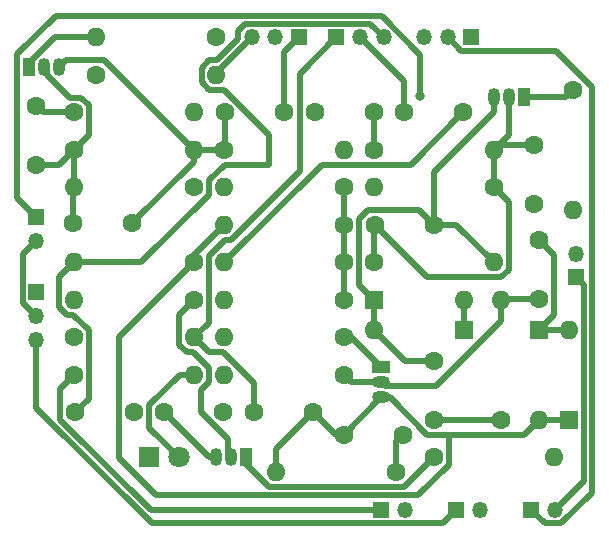
<source format=gbr>
%TF.GenerationSoftware,KiCad,Pcbnew,(5.1.7)-1*%
%TF.CreationDate,2020-10-26T21:29:28-05:00*%
%TF.ProjectId,MuffPi,4d756666-5069-42e6-9b69-6361645f7063,rev?*%
%TF.SameCoordinates,Original*%
%TF.FileFunction,Copper,L1,Top*%
%TF.FilePolarity,Positive*%
%FSLAX46Y46*%
G04 Gerber Fmt 4.6, Leading zero omitted, Abs format (unit mm)*
G04 Created by KiCad (PCBNEW (5.1.7)-1) date 2020-10-26 21:29:28*
%MOMM*%
%LPD*%
G01*
G04 APERTURE LIST*
%TA.AperFunction,ComponentPad*%
%ADD10R,1.350000X1.350000*%
%TD*%
%TA.AperFunction,ComponentPad*%
%ADD11O,1.350000X1.350000*%
%TD*%
%TA.AperFunction,ComponentPad*%
%ADD12C,1.600000*%
%TD*%
%TA.AperFunction,ComponentPad*%
%ADD13O,1.600000X1.600000*%
%TD*%
%TA.AperFunction,ComponentPad*%
%ADD14R,1.600000X1.600000*%
%TD*%
%TA.AperFunction,ComponentPad*%
%ADD15R,1.800000X1.800000*%
%TD*%
%TA.AperFunction,ComponentPad*%
%ADD16C,1.800000*%
%TD*%
%TA.AperFunction,ComponentPad*%
%ADD17O,1.050000X1.500000*%
%TD*%
%TA.AperFunction,ComponentPad*%
%ADD18R,1.050000X1.500000*%
%TD*%
%TA.AperFunction,ComponentPad*%
%ADD19R,1.500000X1.050000*%
%TD*%
%TA.AperFunction,ComponentPad*%
%ADD20O,1.500000X1.050000*%
%TD*%
%TA.AperFunction,ViaPad*%
%ADD21C,0.800000*%
%TD*%
%TA.AperFunction,Conductor*%
%ADD22C,0.500000*%
%TD*%
G04 APERTURE END LIST*
D10*
%TO.P,SW3,1*%
%TO.N,Net-(SW3-Pad1)*%
X148590000Y-106680000D03*
D11*
%TO.P,SW3,2*%
%TO.N,Net-(J2-Pad1)*%
X150590000Y-106680000D03*
%TD*%
D12*
%TO.P,R20,1*%
%TO.N,Net-(C12-Pad2)*%
X120015000Y-88900000D03*
D13*
%TO.P,R20,2*%
%TO.N,GND*%
X109855000Y-88900000D03*
%TD*%
D10*
%TO.P,BT1,1*%
%TO.N,Net-(BT1-Pad1)*%
X106680000Y-81915000D03*
D11*
%TO.P,BT1,2*%
%TO.N,Net-(BT1-Pad2)*%
X106680000Y-83915000D03*
%TD*%
D12*
%TO.P,C1,1*%
%TO.N,Net-(C1-Pad1)*%
X106680000Y-77470000D03*
%TO.P,C1,2*%
%TO.N,Net-(C1-Pad2)*%
X106680000Y-72470000D03*
%TD*%
%TO.P,C2,2*%
%TO.N,Net-(C1-Pad1)*%
X109808000Y-82423000D03*
%TO.P,C2,1*%
%TO.N,Net-(C2-Pad1)*%
X114808000Y-82423000D03*
%TD*%
%TO.P,C3,1*%
%TO.N,Net-(C3-Pad1)*%
X127635000Y-73025000D03*
%TO.P,C3,2*%
%TO.N,Net-(C2-Pad1)*%
X122635000Y-73025000D03*
%TD*%
%TO.P,C4,1*%
%TO.N,Net-(C4-Pad1)*%
X135255000Y-73025000D03*
%TO.P,C4,2*%
%TO.N,Net-(C4-Pad2)*%
X130255000Y-73025000D03*
%TD*%
%TO.P,C5,2*%
%TO.N,Net-(C5-Pad2)*%
X148844000Y-75772000D03*
%TO.P,C5,1*%
%TO.N,Net-(C5-Pad1)*%
X148844000Y-80772000D03*
%TD*%
%TO.P,C6,1*%
%TO.N,Net-(C6-Pad1)*%
X140335000Y-82550000D03*
%TO.P,C6,2*%
%TO.N,Net-(C5-Pad2)*%
X135335000Y-82550000D03*
%TD*%
%TO.P,C7,2*%
%TO.N,Net-(C6-Pad1)*%
X140335000Y-94060000D03*
%TO.P,C7,1*%
%TO.N,Net-(C7-Pad1)*%
X140335000Y-99060000D03*
%TD*%
%TO.P,C8,1*%
%TO.N,Net-(C8-Pad1)*%
X149225000Y-83820000D03*
%TO.P,C8,2*%
%TO.N,Net-(C8-Pad2)*%
X149225000Y-88820000D03*
%TD*%
%TO.P,C9,1*%
%TO.N,Net-(C10-Pad2)*%
X132715000Y-100330000D03*
%TO.P,C9,2*%
%TO.N,Net-(C8-Pad2)*%
X137715000Y-100330000D03*
%TD*%
%TO.P,C10,2*%
%TO.N,Net-(C10-Pad2)*%
X130095000Y-98425000D03*
%TO.P,C10,1*%
%TO.N,Net-(C10-Pad1)*%
X125095000Y-98425000D03*
%TD*%
%TO.P,C11,1*%
%TO.N,GND*%
X114935000Y-98425000D03*
%TO.P,C11,2*%
%TO.N,Net-(C11-Pad2)*%
X109935000Y-98425000D03*
%TD*%
%TO.P,C12,2*%
%TO.N,Net-(C12-Pad2)*%
X142795000Y-73025000D03*
%TO.P,C12,1*%
%TO.N,Net-(C12-Pad1)*%
X137795000Y-73025000D03*
%TD*%
%TO.P,C13,2*%
%TO.N,Net-(C13-Pad2)*%
X122475000Y-98425000D03*
%TO.P,C13,1*%
%TO.N,Net-(C13-Pad1)*%
X117475000Y-98425000D03*
%TD*%
D13*
%TO.P,D1,2*%
%TO.N,Net-(C5-Pad1)*%
X142875000Y-88900000D03*
D14*
%TO.P,D1,1*%
%TO.N,Net-(C6-Pad1)*%
X135255000Y-88900000D03*
%TD*%
%TO.P,D2,1*%
%TO.N,Net-(C5-Pad1)*%
X142875000Y-91440000D03*
D13*
%TO.P,D2,2*%
%TO.N,Net-(C6-Pad1)*%
X135255000Y-91440000D03*
%TD*%
%TO.P,D3,2*%
%TO.N,Net-(C8-Pad1)*%
X151765000Y-91440000D03*
D14*
%TO.P,D3,1*%
%TO.N,Net-(C10-Pad2)*%
X151765000Y-99060000D03*
%TD*%
%TO.P,D4,1*%
%TO.N,Net-(C8-Pad1)*%
X149225000Y-91440000D03*
D13*
%TO.P,D4,2*%
%TO.N,Net-(C10-Pad2)*%
X149225000Y-99060000D03*
%TD*%
D15*
%TO.P,D5,1*%
%TO.N,GND*%
X116205000Y-102235000D03*
D16*
%TO.P,D5,2*%
%TO.N,Net-(D5-Pad2)*%
X118745000Y-102235000D03*
%TD*%
D10*
%TO.P,J1,1*%
%TO.N,GND*%
X106680000Y-88265000D03*
D11*
%TO.P,J1,2*%
%TO.N,Net-(BT1-Pad2)*%
X106680000Y-90265000D03*
%TO.P,J1,3*%
%TO.N,Net-(J1-Pad3)*%
X106680000Y-92265000D03*
%TD*%
D10*
%TO.P,J2,1*%
%TO.N,Net-(J2-Pad1)*%
X152400000Y-86995000D03*
D11*
%TO.P,J2,2*%
%TO.N,GND*%
X152400000Y-84995000D03*
%TD*%
D17*
%TO.P,Q1,2*%
%TO.N,Net-(C1-Pad1)*%
X107315000Y-69215000D03*
%TO.P,Q1,3*%
%TO.N,Net-(C2-Pad1)*%
X108585000Y-69215000D03*
D18*
%TO.P,Q1,1*%
%TO.N,Net-(Q1-Pad1)*%
X106045000Y-69215000D03*
%TD*%
%TO.P,Q2,1*%
%TO.N,Net-(Q2-Pad1)*%
X147955000Y-71755000D03*
D17*
%TO.P,Q2,3*%
%TO.N,Net-(C6-Pad1)*%
X145415000Y-71755000D03*
%TO.P,Q2,2*%
%TO.N,Net-(C5-Pad2)*%
X146685000Y-71755000D03*
%TD*%
D19*
%TO.P,Q3,1*%
%TO.N,Net-(Q3-Pad1)*%
X135890000Y-94615000D03*
D20*
%TO.P,Q3,3*%
%TO.N,Net-(C10-Pad2)*%
X135890000Y-97155000D03*
%TO.P,Q3,2*%
%TO.N,Net-(C8-Pad2)*%
X135890000Y-95885000D03*
%TD*%
D17*
%TO.P,Q4,2*%
%TO.N,Net-(C12-Pad2)*%
X123190000Y-102235000D03*
%TO.P,Q4,3*%
%TO.N,Net-(C13-Pad1)*%
X121920000Y-102235000D03*
D18*
%TO.P,Q4,1*%
%TO.N,Net-(Q4-Pad1)*%
X124460000Y-102235000D03*
%TD*%
D13*
%TO.P,R1,2*%
%TO.N,Net-(R1-Pad2)*%
X120015000Y-73025000D03*
D12*
%TO.P,R1,1*%
%TO.N,Net-(C1-Pad2)*%
X109855000Y-73025000D03*
%TD*%
D13*
%TO.P,R2,2*%
%TO.N,Net-(C1-Pad1)*%
X109855000Y-79375000D03*
D12*
%TO.P,R2,1*%
%TO.N,GND*%
X120015000Y-79375000D03*
%TD*%
D13*
%TO.P,R3,2*%
%TO.N,Net-(C2-Pad1)*%
X120015000Y-76200000D03*
D12*
%TO.P,R3,1*%
%TO.N,Net-(C1-Pad1)*%
X109855000Y-76200000D03*
%TD*%
D13*
%TO.P,R4,2*%
%TO.N,Net-(BT1-Pad1)*%
X132715000Y-76200000D03*
D12*
%TO.P,R4,1*%
%TO.N,Net-(C2-Pad1)*%
X122555000Y-76200000D03*
%TD*%
%TO.P,R5,1*%
%TO.N,GND*%
X121920000Y-66675000D03*
D13*
%TO.P,R5,2*%
%TO.N,Net-(Q1-Pad1)*%
X111760000Y-66675000D03*
%TD*%
D12*
%TO.P,R6,1*%
%TO.N,GND*%
X111760000Y-69850000D03*
D13*
%TO.P,R6,2*%
%TO.N,Net-(R6-Pad2)*%
X121920000Y-69850000D03*
%TD*%
D12*
%TO.P,R7,1*%
%TO.N,Net-(C4-Pad1)*%
X135255000Y-76200000D03*
D13*
%TO.P,R7,2*%
%TO.N,Net-(C5-Pad2)*%
X145415000Y-76200000D03*
%TD*%
%TO.P,R8,2*%
%TO.N,GND*%
X135255000Y-79375000D03*
D12*
%TO.P,R8,1*%
%TO.N,Net-(C5-Pad2)*%
X145415000Y-79375000D03*
%TD*%
D13*
%TO.P,R9,2*%
%TO.N,Net-(C6-Pad1)*%
X145415000Y-85725000D03*
D12*
%TO.P,R9,1*%
%TO.N,Net-(C5-Pad2)*%
X135255000Y-85725000D03*
%TD*%
%TO.P,R10,1*%
%TO.N,Net-(BT1-Pad1)*%
X132715000Y-79375000D03*
D13*
%TO.P,R10,2*%
%TO.N,Net-(C6-Pad1)*%
X122555000Y-79375000D03*
%TD*%
D12*
%TO.P,R11,1*%
%TO.N,Net-(Q2-Pad1)*%
X152146000Y-71120000D03*
D13*
%TO.P,R11,2*%
%TO.N,GND*%
X152146000Y-81280000D03*
%TD*%
D12*
%TO.P,R12,1*%
%TO.N,Net-(C7-Pad1)*%
X146050000Y-99060000D03*
D13*
%TO.P,R12,2*%
%TO.N,Net-(C8-Pad2)*%
X146050000Y-88900000D03*
%TD*%
%TO.P,R13,2*%
%TO.N,GND*%
X122555000Y-95250000D03*
D12*
%TO.P,R13,1*%
%TO.N,Net-(C8-Pad2)*%
X132715000Y-95250000D03*
%TD*%
D13*
%TO.P,R14,2*%
%TO.N,Net-(C10-Pad2)*%
X127000000Y-103505000D03*
D12*
%TO.P,R14,1*%
%TO.N,Net-(C8-Pad2)*%
X137160000Y-103505000D03*
%TD*%
D13*
%TO.P,R15,2*%
%TO.N,GND*%
X122555000Y-92075000D03*
D12*
%TO.P,R15,1*%
%TO.N,Net-(Q3-Pad1)*%
X132715000Y-92075000D03*
%TD*%
%TO.P,R16,1*%
%TO.N,Net-(BT1-Pad1)*%
X132715000Y-82550000D03*
D13*
%TO.P,R16,2*%
%TO.N,Net-(C10-Pad2)*%
X122555000Y-82550000D03*
%TD*%
%TO.P,R17,2*%
%TO.N,Net-(C11-Pad2)*%
X109855000Y-85725000D03*
D12*
%TO.P,R17,1*%
%TO.N,Net-(C10-Pad2)*%
X120015000Y-85725000D03*
%TD*%
%TO.P,R18,1*%
%TO.N,GND*%
X109855000Y-92075000D03*
D13*
%TO.P,R18,2*%
%TO.N,Net-(C10-Pad1)*%
X120015000Y-92075000D03*
%TD*%
%TO.P,R19,2*%
%TO.N,Net-(C12-Pad2)*%
X122555000Y-85725000D03*
D12*
%TO.P,R19,1*%
%TO.N,Net-(BT1-Pad1)*%
X132715000Y-85725000D03*
%TD*%
%TO.P,R21,1*%
%TO.N,Net-(BT1-Pad1)*%
X132715000Y-88900000D03*
D13*
%TO.P,R21,2*%
%TO.N,Net-(C13-Pad1)*%
X122555000Y-88900000D03*
%TD*%
D12*
%TO.P,R22,1*%
%TO.N,Net-(Q4-Pad1)*%
X140335000Y-102235000D03*
D13*
%TO.P,R22,2*%
%TO.N,GND*%
X150495000Y-102235000D03*
%TD*%
D12*
%TO.P,R23,1*%
%TO.N,Net-(R23-Pad1)*%
X109855000Y-95250000D03*
D13*
%TO.P,R23,2*%
%TO.N,Net-(D5-Pad2)*%
X120015000Y-95250000D03*
%TD*%
D11*
%TO.P,SUST1,3*%
%TO.N,Net-(R6-Pad2)*%
X124905000Y-66675000D03*
%TO.P,SUST1,2*%
%TO.N,Net-(C4-Pad2)*%
X126905000Y-66675000D03*
D10*
%TO.P,SUST1,1*%
%TO.N,Net-(C3-Pad1)*%
X128905000Y-66675000D03*
%TD*%
D11*
%TO.P,SW1,2*%
%TO.N,Net-(BT1-Pad1)*%
X137890000Y-106680000D03*
D10*
%TO.P,SW1,1*%
%TO.N,Net-(R23-Pad1)*%
X135890000Y-106680000D03*
%TD*%
D11*
%TO.P,SW2,2*%
%TO.N,Net-(R1-Pad2)*%
X144240000Y-106680000D03*
D10*
%TO.P,SW2,1*%
%TO.N,Net-(J1-Pad3)*%
X142240000Y-106680000D03*
%TD*%
D11*
%TO.P,TONE1,3*%
%TO.N,Net-(C11-Pad2)*%
X136080000Y-66675000D03*
%TO.P,TONE1,2*%
%TO.N,Net-(C12-Pad1)*%
X134080000Y-66675000D03*
D10*
%TO.P,TONE1,1*%
%TO.N,Net-(C10-Pad1)*%
X132080000Y-66675000D03*
%TD*%
%TO.P,VOL1,1*%
%TO.N,Net-(C13-Pad2)*%
X143510000Y-66675000D03*
D11*
%TO.P,VOL1,2*%
%TO.N,Net-(SW3-Pad1)*%
X141510000Y-66675000D03*
%TO.P,VOL1,3*%
%TO.N,GND*%
X139510000Y-66675000D03*
%TD*%
D21*
%TO.N,Net-(BT1-Pad1)*%
X139192000Y-71628000D03*
%TD*%
D22*
%TO.N,Net-(BT1-Pad1)*%
X132715000Y-88900000D02*
X132715000Y-85725000D01*
X132715000Y-82550000D02*
X132715000Y-85725000D01*
X132715000Y-82550000D02*
X132715000Y-79375000D01*
X135919991Y-64849989D02*
X139192000Y-68121998D01*
X108325009Y-64849989D02*
X135919991Y-64849989D01*
X105069999Y-68104999D02*
X108325009Y-64849989D01*
X105069999Y-80304999D02*
X105069999Y-68104999D01*
X106680000Y-81915000D02*
X105069999Y-80304999D01*
X139192000Y-68121998D02*
X139192000Y-71628000D01*
X139192000Y-71628000D02*
X139192000Y-71628000D01*
%TO.N,Net-(BT1-Pad2)*%
X105554999Y-89139999D02*
X106680000Y-90265000D01*
X105554999Y-85040001D02*
X105554999Y-89139999D01*
X106680000Y-83915000D02*
X105554999Y-85040001D01*
%TO.N,Net-(C1-Pad1)*%
X111105001Y-74949999D02*
X109855000Y-76200000D01*
X111105001Y-72424999D02*
X111105001Y-74949999D01*
X109541127Y-71774999D02*
X110455001Y-71774999D01*
X110455001Y-71774999D02*
X111105001Y-72424999D01*
X107609990Y-69843862D02*
X109541127Y-71774999D01*
X107609990Y-69509990D02*
X107609990Y-69843862D01*
X107315000Y-69215000D02*
X107609990Y-69509990D01*
X108585000Y-77470000D02*
X109855000Y-76200000D01*
X106680000Y-77470000D02*
X108585000Y-77470000D01*
X109855000Y-79375000D02*
X109855000Y-76200000D01*
X109808000Y-79422000D02*
X109855000Y-79375000D01*
X109808000Y-82423000D02*
X109808000Y-79422000D01*
%TO.N,Net-(C1-Pad2)*%
X107235000Y-73025000D02*
X106680000Y-72470000D01*
X109855000Y-73025000D02*
X107235000Y-73025000D01*
%TO.N,Net-(C2-Pad1)*%
X112414999Y-68599999D02*
X120015000Y-76200000D01*
X109200001Y-68599999D02*
X112414999Y-68599999D01*
X108585000Y-69215000D02*
X109200001Y-68599999D01*
X120015000Y-76200000D02*
X122555000Y-76200000D01*
X122635000Y-76120000D02*
X122555000Y-76200000D01*
X122635000Y-73025000D02*
X122635000Y-76120000D01*
X120015000Y-77216000D02*
X120015000Y-76200000D01*
X114808000Y-82423000D02*
X120015000Y-77216000D01*
%TO.N,Net-(C3-Pad1)*%
X127635000Y-67945000D02*
X128905000Y-66675000D01*
X127635000Y-73025000D02*
X127635000Y-67945000D01*
%TO.N,Net-(C4-Pad1)*%
X135255000Y-76200000D02*
X135255000Y-73025000D01*
%TO.N,Net-(C5-Pad2)*%
X145970000Y-75645000D02*
X145415000Y-76200000D01*
X145415000Y-76200000D02*
X145415000Y-79375000D01*
X135255000Y-82630000D02*
X135335000Y-82550000D01*
X135255000Y-85725000D02*
X135255000Y-82630000D01*
X146665001Y-80625001D02*
X145415000Y-79375000D01*
X146665001Y-86325001D02*
X146665001Y-80625001D01*
X146015001Y-86975001D02*
X146665001Y-86325001D01*
X139760001Y-86975001D02*
X146015001Y-86975001D01*
X135335000Y-82550000D02*
X139760001Y-86975001D01*
X146685000Y-74930000D02*
X145415000Y-76200000D01*
X146685000Y-71755000D02*
X146685000Y-74930000D01*
X145843000Y-75772000D02*
X145415000Y-76200000D01*
X148844000Y-75772000D02*
X145843000Y-75772000D01*
%TO.N,Net-(C5-Pad1)*%
X142875000Y-91440000D02*
X142875000Y-88900000D01*
%TO.N,Net-(C6-Pad1)*%
X135255000Y-88900000D02*
X135255000Y-91440000D01*
X140335000Y-78085000D02*
X140335000Y-82550000D01*
X145415000Y-73005000D02*
X140335000Y-78085000D01*
X145415000Y-71755000D02*
X145415000Y-73005000D01*
X142240000Y-82550000D02*
X145415000Y-85725000D01*
X140335000Y-82550000D02*
X142240000Y-82550000D01*
X134004999Y-87649999D02*
X135255000Y-88900000D01*
X134004999Y-82029999D02*
X134004999Y-87649999D01*
X134734999Y-81299999D02*
X134004999Y-82029999D01*
X139084999Y-81299999D02*
X134734999Y-81299999D01*
X140335000Y-82550000D02*
X139084999Y-81299999D01*
X137875000Y-94060000D02*
X135255000Y-91440000D01*
X140335000Y-94060000D02*
X137875000Y-94060000D01*
%TO.N,Net-(C7-Pad1)*%
X140335000Y-99060000D02*
X146050000Y-99060000D01*
%TO.N,Net-(C8-Pad1)*%
X149225000Y-91440000D02*
X151765000Y-91440000D01*
X150475001Y-90189999D02*
X149225000Y-91440000D01*
X150475001Y-85070001D02*
X150475001Y-90189999D01*
X149225000Y-83820000D02*
X150475001Y-85070001D01*
%TO.N,Net-(C8-Pad2)*%
X146130000Y-88820000D02*
X146050000Y-88900000D01*
X149225000Y-88820000D02*
X146130000Y-88820000D01*
X137160000Y-100885000D02*
X137715000Y-100330000D01*
X137160000Y-103505000D02*
X137160000Y-100885000D01*
X133350000Y-95885000D02*
X135890000Y-95885000D01*
X132715000Y-95250000D02*
X133350000Y-95885000D01*
X146050000Y-90675002D02*
X146050000Y-88900000D01*
X140545012Y-96179990D02*
X146050000Y-90675002D01*
X136184990Y-96179990D02*
X140545012Y-96179990D01*
X135890000Y-95885000D02*
X136184990Y-96179990D01*
%TO.N,Net-(C10-Pad2)*%
X120015000Y-85090000D02*
X122555000Y-82550000D01*
X120015000Y-85725000D02*
X120015000Y-85090000D01*
X151765000Y-99060000D02*
X149225000Y-99060000D01*
X127000000Y-101520000D02*
X130095000Y-98425000D01*
X127000000Y-103505000D02*
X127000000Y-101520000D01*
X132000000Y-100330000D02*
X130095000Y-98425000D01*
X132715000Y-100330000D02*
X132000000Y-100330000D01*
X132715000Y-100330000D02*
X135890000Y-97155000D01*
X147974999Y-100310001D02*
X149225000Y-99060000D01*
X136579998Y-97155000D02*
X139734999Y-100310001D01*
X135890000Y-97155000D02*
X136579998Y-97155000D01*
X141585001Y-102835001D02*
X141585001Y-100310001D01*
X138964991Y-105455011D02*
X141585001Y-102835001D01*
X113684999Y-102325001D02*
X116815009Y-105455011D01*
X113684999Y-92055001D02*
X113684999Y-102325001D01*
X116815009Y-105455011D02*
X138964991Y-105455011D01*
X120015000Y-85725000D02*
X113684999Y-92055001D01*
X141585001Y-100310001D02*
X147974999Y-100310001D01*
X139734999Y-100310001D02*
X141585001Y-100310001D01*
%TO.N,Net-(C10-Pad1)*%
X121265001Y-90824999D02*
X120015000Y-92075000D01*
X121265001Y-85164997D02*
X121265001Y-90824999D01*
X122629997Y-83800001D02*
X121265001Y-85164997D01*
X129004999Y-77950003D02*
X123155001Y-83800001D01*
X129004999Y-69750001D02*
X129004999Y-77950003D01*
X123155001Y-83800001D02*
X122629997Y-83800001D01*
X132080000Y-66675000D02*
X129004999Y-69750001D01*
X122500002Y-93345000D02*
X121285000Y-93345000D01*
X121285000Y-93345000D02*
X120015000Y-92075000D01*
X125095000Y-95939998D02*
X122500002Y-93345000D01*
X125095000Y-98425000D02*
X125095000Y-95939998D01*
%TO.N,Net-(C11-Pad2)*%
X111105001Y-97254999D02*
X109935000Y-98425000D01*
X111105001Y-91474999D02*
X111105001Y-97254999D01*
X109800002Y-90170000D02*
X111105001Y-91474999D01*
X109274998Y-90170000D02*
X109800002Y-90170000D01*
X108604999Y-89500001D02*
X109274998Y-90170000D01*
X108604999Y-86975001D02*
X108604999Y-89500001D01*
X109855000Y-85725000D02*
X108604999Y-86975001D01*
X134954999Y-65549999D02*
X136080000Y-66675000D01*
X124364999Y-65549999D02*
X134954999Y-65549999D01*
X123779999Y-66134999D02*
X124364999Y-65549999D01*
X123779999Y-66810039D02*
X123779999Y-66134999D01*
X121990039Y-68599999D02*
X123779999Y-66810039D01*
X121319999Y-68599999D02*
X121990039Y-68599999D01*
X120669999Y-70450001D02*
X120669999Y-69249999D01*
X120669999Y-69249999D02*
X121319999Y-68599999D01*
X121319999Y-71100001D02*
X120669999Y-70450001D01*
X122520001Y-71100001D02*
X121319999Y-71100001D01*
X126384999Y-74964999D02*
X122520001Y-71100001D01*
X126384999Y-77450001D02*
X126384999Y-74964999D01*
X122629997Y-77450001D02*
X126384999Y-77450001D01*
X121304999Y-78774999D02*
X122629997Y-77450001D01*
X121304999Y-79975001D02*
X121304999Y-78774999D01*
X115555000Y-85725000D02*
X121304999Y-79975001D01*
X109855000Y-85725000D02*
X115555000Y-85725000D01*
%TO.N,Net-(C12-Pad2)*%
X118764999Y-90150001D02*
X120015000Y-88900000D01*
X118764999Y-92675001D02*
X118764999Y-90150001D01*
X119940003Y-93325001D02*
X119414999Y-93325001D01*
X120615001Y-96500001D02*
X121265001Y-95850001D01*
X120615001Y-98415003D02*
X120615001Y-96500001D01*
X121265001Y-95850001D02*
X121265001Y-94649999D01*
X122895010Y-100695012D02*
X120615001Y-98415003D01*
X121265001Y-94649999D02*
X119940003Y-93325001D01*
X122895010Y-101940010D02*
X122895010Y-100695012D01*
X119414999Y-93325001D02*
X118764999Y-92675001D01*
X123190000Y-102235000D02*
X122895010Y-101940010D01*
X130829999Y-77450001D02*
X122555000Y-85725000D01*
X138369999Y-77450001D02*
X130829999Y-77450001D01*
X142795000Y-73025000D02*
X138369999Y-77450001D01*
%TO.N,Net-(C12-Pad1)*%
X137795000Y-70390000D02*
X134080000Y-66675000D01*
X137795000Y-73025000D02*
X137795000Y-70390000D01*
%TO.N,Net-(C13-Pad1)*%
X121285000Y-102235000D02*
X117475000Y-98425000D01*
X121920000Y-102235000D02*
X121285000Y-102235000D01*
%TO.N,Net-(D5-Pad2)*%
X118799998Y-95250000D02*
X120015000Y-95250000D01*
X116224999Y-97824999D02*
X118799998Y-95250000D01*
X116224999Y-99714999D02*
X116224999Y-97824999D01*
X118745000Y-102235000D02*
X116224999Y-99714999D01*
%TO.N,Net-(J1-Pad3)*%
X106680000Y-98009965D02*
X106680000Y-92265000D01*
X116475036Y-107805001D02*
X106680000Y-98009965D01*
X141114999Y-107805001D02*
X116475036Y-107805001D01*
X142240000Y-106680000D02*
X141114999Y-107805001D01*
%TO.N,Net-(J2-Pad1)*%
X153015001Y-87610001D02*
X152400000Y-86995000D01*
X153015001Y-104254999D02*
X153015001Y-87610001D01*
X150590000Y-106680000D02*
X153015001Y-104254999D01*
%TO.N,Net-(Q1-Pad1)*%
X108251128Y-66675000D02*
X111760000Y-66675000D01*
X106339990Y-68586138D02*
X108251128Y-66675000D01*
X106339990Y-68920010D02*
X106339990Y-68586138D01*
X106045000Y-69215000D02*
X106339990Y-68920010D01*
%TO.N,Net-(Q2-Pad1)*%
X151511000Y-71755000D02*
X152146000Y-71120000D01*
X147955000Y-71755000D02*
X151511000Y-71755000D01*
%TO.N,Net-(Q3-Pad1)*%
X133350000Y-92075000D02*
X135890000Y-94615000D01*
X132715000Y-92075000D02*
X133350000Y-92075000D01*
%TO.N,Net-(Q4-Pad1)*%
X137814999Y-104755001D02*
X140335000Y-102235000D01*
X124460000Y-102815002D02*
X126399999Y-104755001D01*
X126399999Y-104755001D02*
X137814999Y-104755001D01*
X124460000Y-102235000D02*
X124460000Y-102815002D01*
%TO.N,Net-(R6-Pad2)*%
X121920000Y-69660000D02*
X124905000Y-66675000D01*
X121920000Y-69850000D02*
X121920000Y-69660000D01*
%TO.N,Net-(R23-Pad1)*%
X108684999Y-96420001D02*
X109855000Y-95250000D01*
X108684999Y-99025001D02*
X108684999Y-96420001D01*
X116339998Y-106680000D02*
X108684999Y-99025001D01*
X135890000Y-106680000D02*
X116339998Y-106680000D01*
%TO.N,Net-(SW3-Pad1)*%
X148590000Y-106680000D02*
X148590000Y-106345002D01*
X142635001Y-67800001D02*
X141510000Y-66675000D01*
X150676003Y-67800001D02*
X142635001Y-67800001D01*
X153715011Y-70839009D02*
X150676003Y-67800001D01*
X153715011Y-105219991D02*
X153715011Y-70839009D01*
X151130001Y-107805001D02*
X153715011Y-105219991D01*
X149715001Y-107805001D02*
X151130001Y-107805001D01*
X148590000Y-106680000D02*
X149715001Y-107805001D01*
%TD*%
M02*

</source>
